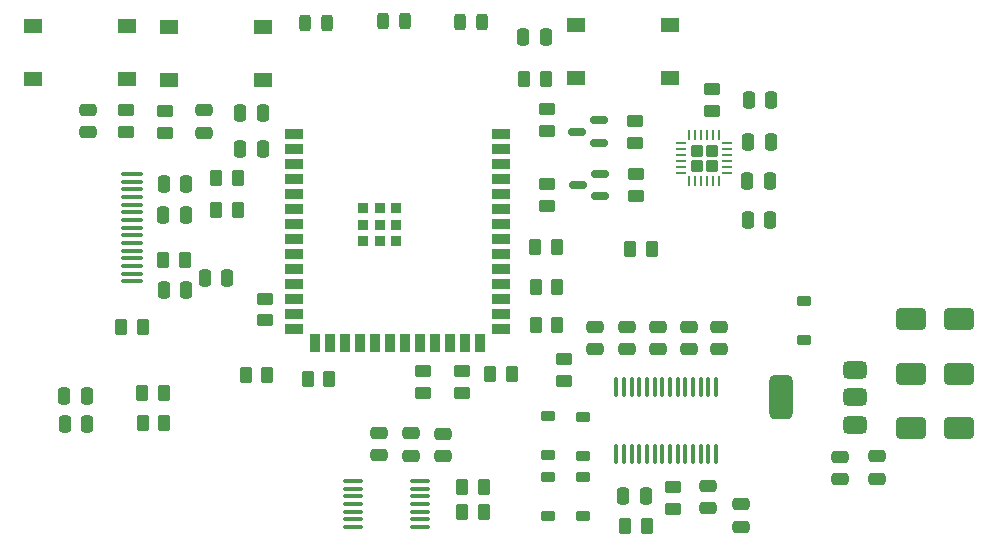
<source format=gbr>
G04 #@! TF.GenerationSoftware,KiCad,Pcbnew,8.0.5*
G04 #@! TF.CreationDate,2024-11-12T20:07:36-06:00*
G04 #@! TF.ProjectId,MonitoringSystem_PCB,4d6f6e69-746f-4726-996e-675379737465,rev?*
G04 #@! TF.SameCoordinates,Original*
G04 #@! TF.FileFunction,Paste,Top*
G04 #@! TF.FilePolarity,Positive*
%FSLAX46Y46*%
G04 Gerber Fmt 4.6, Leading zero omitted, Abs format (unit mm)*
G04 Created by KiCad (PCBNEW 8.0.5) date 2024-11-12 20:07:36*
%MOMM*%
%LPD*%
G01*
G04 APERTURE LIST*
G04 Aperture macros list*
%AMRoundRect*
0 Rectangle with rounded corners*
0 $1 Rounding radius*
0 $2 $3 $4 $5 $6 $7 $8 $9 X,Y pos of 4 corners*
0 Add a 4 corners polygon primitive as box body*
4,1,4,$2,$3,$4,$5,$6,$7,$8,$9,$2,$3,0*
0 Add four circle primitives for the rounded corners*
1,1,$1+$1,$2,$3*
1,1,$1+$1,$4,$5*
1,1,$1+$1,$6,$7*
1,1,$1+$1,$8,$9*
0 Add four rect primitives between the rounded corners*
20,1,$1+$1,$2,$3,$4,$5,0*
20,1,$1+$1,$4,$5,$6,$7,0*
20,1,$1+$1,$6,$7,$8,$9,0*
20,1,$1+$1,$8,$9,$2,$3,0*%
G04 Aperture macros list end*
%ADD10RoundRect,0.250000X-0.262500X-0.450000X0.262500X-0.450000X0.262500X0.450000X-0.262500X0.450000X0*%
%ADD11RoundRect,0.250000X-0.450000X0.262500X-0.450000X-0.262500X0.450000X-0.262500X0.450000X0.262500X0*%
%ADD12RoundRect,0.250000X0.262500X0.450000X-0.262500X0.450000X-0.262500X-0.450000X0.262500X-0.450000X0*%
%ADD13RoundRect,0.225000X-0.375000X0.225000X-0.375000X-0.225000X0.375000X-0.225000X0.375000X0.225000X0*%
%ADD14RoundRect,0.250000X-0.250000X-0.475000X0.250000X-0.475000X0.250000X0.475000X-0.250000X0.475000X0*%
%ADD15RoundRect,0.250000X-0.475000X0.250000X-0.475000X-0.250000X0.475000X-0.250000X0.475000X0.250000X0*%
%ADD16RoundRect,0.250000X0.250000X0.475000X-0.250000X0.475000X-0.250000X-0.475000X0.250000X-0.475000X0*%
%ADD17RoundRect,0.250000X0.450000X-0.262500X0.450000X0.262500X-0.450000X0.262500X-0.450000X-0.262500X0*%
%ADD18R,1.550000X1.300000*%
%ADD19RoundRect,0.150000X0.587500X0.150000X-0.587500X0.150000X-0.587500X-0.150000X0.587500X-0.150000X0*%
%ADD20RoundRect,0.375000X0.625000X0.375000X-0.625000X0.375000X-0.625000X-0.375000X0.625000X-0.375000X0*%
%ADD21RoundRect,0.500000X0.500000X1.400000X-0.500000X1.400000X-0.500000X-1.400000X0.500000X-1.400000X0*%
%ADD22RoundRect,0.250000X0.475000X-0.250000X0.475000X0.250000X-0.475000X0.250000X-0.475000X-0.250000X0*%
%ADD23RoundRect,0.250000X-1.000000X-0.650000X1.000000X-0.650000X1.000000X0.650000X-1.000000X0.650000X0*%
%ADD24RoundRect,0.243750X0.243750X0.456250X-0.243750X0.456250X-0.243750X-0.456250X0.243750X-0.456250X0*%
%ADD25O,1.699999X0.349999*%
%ADD26O,0.349999X1.699999*%
%ADD27R,1.498600X0.812800*%
%ADD28R,0.812800X1.498600*%
%ADD29R,0.889000X0.889000*%
%ADD30RoundRect,0.075000X-0.825000X-0.075000X0.825000X-0.075000X0.825000X0.075000X-0.825000X0.075000X0*%
%ADD31RoundRect,0.062500X0.350000X-0.062500X0.350000X0.062500X-0.350000X0.062500X-0.350000X-0.062500X0*%
%ADD32RoundRect,0.062500X0.062500X-0.350000X0.062500X0.350000X-0.062500X0.350000X-0.062500X-0.350000X0*%
%ADD33RoundRect,0.250000X0.275000X-0.275000X0.275000X0.275000X-0.275000X0.275000X-0.275000X-0.275000X0*%
%ADD34RoundRect,0.225000X0.375000X-0.225000X0.375000X0.225000X-0.375000X0.225000X-0.375000X-0.225000X0*%
G04 APERTURE END LIST*
D10*
X157884500Y-122732800D03*
X156059500Y-122732800D03*
D11*
X164719000Y-109780700D03*
X164719000Y-111605700D03*
D10*
X164112500Y-103630000D03*
X162287500Y-103630000D03*
D11*
X156083000Y-110796700D03*
X156083000Y-112621700D03*
D10*
X162257500Y-100280000D03*
X164082500Y-100280000D03*
X162297500Y-106900000D03*
X164122500Y-106900000D03*
D12*
X128987500Y-112650000D03*
X130812500Y-112650000D03*
X130852500Y-115190000D03*
X129027500Y-115190000D03*
D13*
X163322000Y-119762000D03*
X163322000Y-123062000D03*
X163319200Y-114581200D03*
X163319200Y-117881200D03*
X166319200Y-114631200D03*
X166319200Y-117931200D03*
X166302000Y-119702000D03*
X166302000Y-123002000D03*
D14*
X122410000Y-115240000D03*
X124310000Y-115240000D03*
X122400000Y-112880000D03*
X124300000Y-112880000D03*
D15*
X191175000Y-118000000D03*
X191175000Y-119900000D03*
D16*
X163150000Y-82450000D03*
X161250000Y-82450000D03*
D17*
X177200000Y-88712500D03*
X177200000Y-86887500D03*
D18*
X119725000Y-81550000D03*
X127675000Y-81550000D03*
X119725000Y-86050000D03*
X127675000Y-86050000D03*
D14*
X180355200Y-87833200D03*
X182255200Y-87833200D03*
D17*
X152730000Y-112612500D03*
X152730000Y-110787500D03*
D14*
X180202800Y-94691200D03*
X182102800Y-94691200D03*
D17*
X173943999Y-120596501D03*
X173943999Y-122421501D03*
D19*
X167767000Y-95946000D03*
X167767000Y-94046000D03*
X165892000Y-94996000D03*
D14*
X130749000Y-97536000D03*
X132649000Y-97536000D03*
D10*
X161337500Y-86050000D03*
X163162500Y-86050000D03*
X158467500Y-110980000D03*
X160292500Y-110980000D03*
D20*
X189350000Y-115300000D03*
X189350000Y-113000000D03*
D21*
X183050000Y-113000000D03*
D20*
X189350000Y-110700000D03*
D22*
X167343999Y-108935001D03*
X167343999Y-107035001D03*
D10*
X156084900Y-120599200D03*
X157909900Y-120599200D03*
D12*
X144828900Y-111480600D03*
X143003900Y-111480600D03*
D23*
X194100000Y-106400000D03*
X198100000Y-106400000D03*
D14*
X180304400Y-91338400D03*
X182204400Y-91338400D03*
D22*
X149010000Y-116010000D03*
X149010000Y-117910000D03*
D24*
X151212500Y-81100000D03*
X149337500Y-81100000D03*
D25*
X152539999Y-120069999D03*
X152539999Y-120720000D03*
X152539999Y-121369999D03*
X152539999Y-122020000D03*
X152539999Y-122669999D03*
X152539999Y-123320000D03*
X152539999Y-123969999D03*
X146840001Y-123969999D03*
X146840001Y-123320000D03*
X146840001Y-122669999D03*
X146840001Y-122020000D03*
X146840001Y-121369999D03*
X146840001Y-120720000D03*
X146840001Y-120069999D03*
D12*
X129012500Y-107025000D03*
X127187500Y-107025000D03*
X137087500Y-94450000D03*
X135262500Y-94450000D03*
D11*
X139344400Y-104649900D03*
X139344400Y-106474900D03*
X163250000Y-94972500D03*
X163250000Y-96797500D03*
D26*
X169119999Y-117820000D03*
X169770000Y-117820000D03*
X170419999Y-117820000D03*
X171070000Y-117820000D03*
X171719998Y-117820000D03*
X172370000Y-117820000D03*
X173019998Y-117820000D03*
X173670000Y-117820000D03*
X174319998Y-117820000D03*
X174970000Y-117820000D03*
X175619998Y-117820000D03*
X176269999Y-117820000D03*
X176919998Y-117820000D03*
X177569999Y-117820000D03*
X177569999Y-112120002D03*
X176919998Y-112120002D03*
X176269999Y-112120002D03*
X175619998Y-112120002D03*
X174970000Y-112120002D03*
X174319998Y-112120002D03*
X173670000Y-112120002D03*
X173019998Y-112120002D03*
X172370000Y-112120002D03*
X171719998Y-112120002D03*
X171070000Y-112120002D03*
X170419999Y-112120002D03*
X169770000Y-112120002D03*
X169119999Y-112120002D03*
D17*
X130950000Y-90575000D03*
X130950000Y-88750000D03*
D18*
X131250000Y-81600000D03*
X139200000Y-81600000D03*
X131250000Y-86100000D03*
X139200000Y-86100000D03*
D27*
X141850000Y-90665000D03*
X141850000Y-91935000D03*
X141850000Y-93205000D03*
X141850000Y-94475000D03*
X141850000Y-95745000D03*
X141850000Y-97015000D03*
X141850000Y-98285000D03*
X141850000Y-99555000D03*
X141850000Y-100825000D03*
X141850000Y-102095000D03*
X141850000Y-103365000D03*
X141850000Y-104635000D03*
X141850000Y-105905000D03*
X141850000Y-107175000D03*
D28*
X143615000Y-108425000D03*
X144885000Y-108425000D03*
X146155000Y-108425000D03*
X147425000Y-108425000D03*
X148695000Y-108425000D03*
X149965000Y-108425000D03*
X151235000Y-108425000D03*
X152505000Y-108425000D03*
X153775000Y-108425000D03*
X155045000Y-108425000D03*
X156315000Y-108425000D03*
X157585000Y-108425000D03*
D27*
X159350000Y-107175000D03*
X159350000Y-105905000D03*
X159350000Y-104635000D03*
X159350000Y-103365000D03*
X159350000Y-102095000D03*
X159350000Y-100825000D03*
X159350000Y-99555000D03*
X159350000Y-98285000D03*
X159350000Y-97015000D03*
X159350000Y-95745000D03*
X159350000Y-94475000D03*
X159350000Y-93205000D03*
X159350000Y-91935000D03*
X159350000Y-90665000D03*
D29*
X149100000Y-98385000D03*
X147700000Y-96985000D03*
X147700000Y-98385000D03*
X147700000Y-99785000D03*
X149100000Y-99785000D03*
X150500000Y-99785000D03*
X150500000Y-98385000D03*
X150500000Y-96985000D03*
X149100000Y-96985000D03*
D12*
X137062500Y-97150000D03*
X135237500Y-97150000D03*
D14*
X130800000Y-103925000D03*
X132700000Y-103925000D03*
D16*
X139200000Y-88950000D03*
X137300000Y-88950000D03*
D24*
X144662500Y-81325000D03*
X142787500Y-81325000D03*
D30*
X128125000Y-94075000D03*
X128125000Y-94725000D03*
X128125000Y-95375000D03*
X128125000Y-96025000D03*
X128125000Y-96675000D03*
X128125000Y-97325000D03*
X128125000Y-97975000D03*
X128125000Y-98625000D03*
X128125000Y-99275000D03*
X128125000Y-99925000D03*
X128125000Y-100575000D03*
X128125000Y-101225000D03*
X128125000Y-101875000D03*
X128125000Y-102525000D03*
X128125000Y-103175000D03*
D10*
X170283500Y-100457000D03*
X172108500Y-100457000D03*
D19*
X167688500Y-91440000D03*
X167688500Y-89540000D03*
X165813500Y-90490000D03*
D12*
X139573000Y-111125000D03*
X137748000Y-111125000D03*
D15*
X179643999Y-123959001D03*
X179643999Y-122059001D03*
D22*
X151750000Y-116050000D03*
X151750000Y-117950000D03*
X176843999Y-120459001D03*
X176843999Y-122359001D03*
D23*
X194100000Y-111000000D03*
X198100000Y-111000000D03*
D22*
X170043999Y-107035001D03*
X170043999Y-108935001D03*
D16*
X139175000Y-92000000D03*
X137275000Y-92000000D03*
D22*
X154410000Y-116090000D03*
X154410000Y-117990000D03*
D14*
X180250000Y-98000000D03*
X182150000Y-98000000D03*
D11*
X170815000Y-94083500D03*
X170815000Y-95908500D03*
D18*
X165675000Y-81450000D03*
X173625000Y-81450000D03*
X165675000Y-85950000D03*
X173625000Y-85950000D03*
D22*
X172643999Y-107035001D03*
X172643999Y-108935001D03*
D31*
X174625000Y-94000000D03*
X174625000Y-93500000D03*
X174625000Y-93000000D03*
X174625000Y-92500000D03*
X174625000Y-92000000D03*
X174625000Y-91500000D03*
D32*
X175312500Y-90812500D03*
X175812500Y-90812500D03*
X176312500Y-90812500D03*
X176812500Y-90812500D03*
X177312500Y-90812500D03*
X177812500Y-90812500D03*
D31*
X178500000Y-91500000D03*
X178500000Y-92000000D03*
X178500000Y-92500000D03*
X178500000Y-93000000D03*
X178500000Y-93500000D03*
X178500000Y-94000000D03*
D32*
X177812500Y-94687500D03*
X177312500Y-94687500D03*
X176812500Y-94687500D03*
X176312500Y-94687500D03*
X175812500Y-94687500D03*
X175312500Y-94687500D03*
D33*
X177212500Y-92100000D03*
X175912500Y-92100000D03*
X177212500Y-93400000D03*
X175912500Y-93400000D03*
D16*
X169727999Y-121309001D03*
X171627999Y-121309001D03*
D15*
X134200000Y-88700000D03*
X134200000Y-90600000D03*
D23*
X194100000Y-115600000D03*
X198100000Y-115600000D03*
D15*
X188075000Y-118025000D03*
X188075000Y-119925000D03*
D22*
X175243999Y-107035001D03*
X175243999Y-108935001D03*
D15*
X124350000Y-88650000D03*
X124350000Y-90550000D03*
D14*
X130800000Y-94900000D03*
X132700000Y-94900000D03*
D17*
X127600000Y-90512500D03*
X127600000Y-88687500D03*
D22*
X177843999Y-107035001D03*
X177843999Y-108935001D03*
D24*
X157787500Y-81225000D03*
X155912500Y-81225000D03*
D17*
X163250000Y-90447500D03*
X163250000Y-88622500D03*
D14*
X134279600Y-102870000D03*
X136179600Y-102870000D03*
D12*
X132586100Y-101346000D03*
X130761100Y-101346000D03*
D10*
X171717499Y-123860001D03*
X169892499Y-123860001D03*
D34*
X185000000Y-108150000D03*
X185000000Y-104850000D03*
D17*
X170688000Y-91463500D03*
X170688000Y-89638500D03*
M02*

</source>
